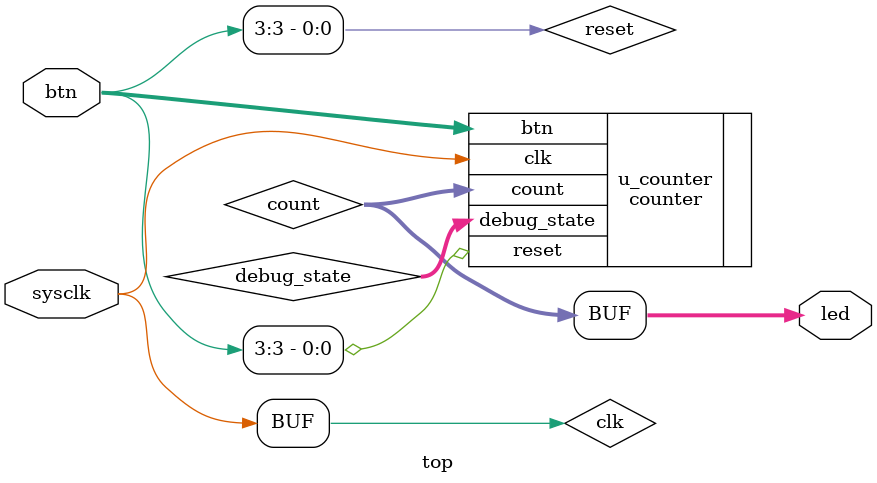
<source format=sv>
module top (
    input sysclk,
    input [3:0] btn,
    output [3:0] led
);
    wire [3:0] count;
    wire [2:0] debug_state;
    wire clk;

    counter u_counter (
        .clk(clk),
        .reset(reset),
        .btn(btn),
        .count(count),
        .debug_state(debug_state)
    );

    assign reset = btn[3];
    assign led = count;
    assign clk = sysclk;

endmodule
</source>
